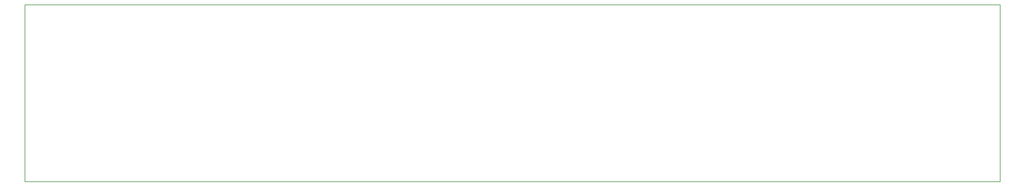
<source format=gbr>
%TF.GenerationSoftware,KiCad,Pcbnew,(6.0.8-1)-1*%
%TF.CreationDate,2022-11-21T09:11:56+01:00*%
%TF.ProjectId,KNXCurrent,4b4e5843-7572-4726-956e-742e6b696361,rev?*%
%TF.SameCoordinates,Original*%
%TF.FileFunction,Profile,NP*%
%FSLAX46Y46*%
G04 Gerber Fmt 4.6, Leading zero omitted, Abs format (unit mm)*
G04 Created by KiCad (PCBNEW (6.0.8-1)-1) date 2022-11-21 09:11:56*
%MOMM*%
%LPD*%
G01*
G04 APERTURE LIST*
%TA.AperFunction,Profile*%
%ADD10C,0.100000*%
%TD*%
G04 APERTURE END LIST*
D10*
X75400000Y-118515456D02*
X219200000Y-118515456D01*
X219200000Y-118515456D02*
X219200000Y-92415456D01*
X219200000Y-92415456D02*
X75400000Y-92415456D01*
X75400000Y-92415456D02*
X75400000Y-118515456D01*
M02*

</source>
